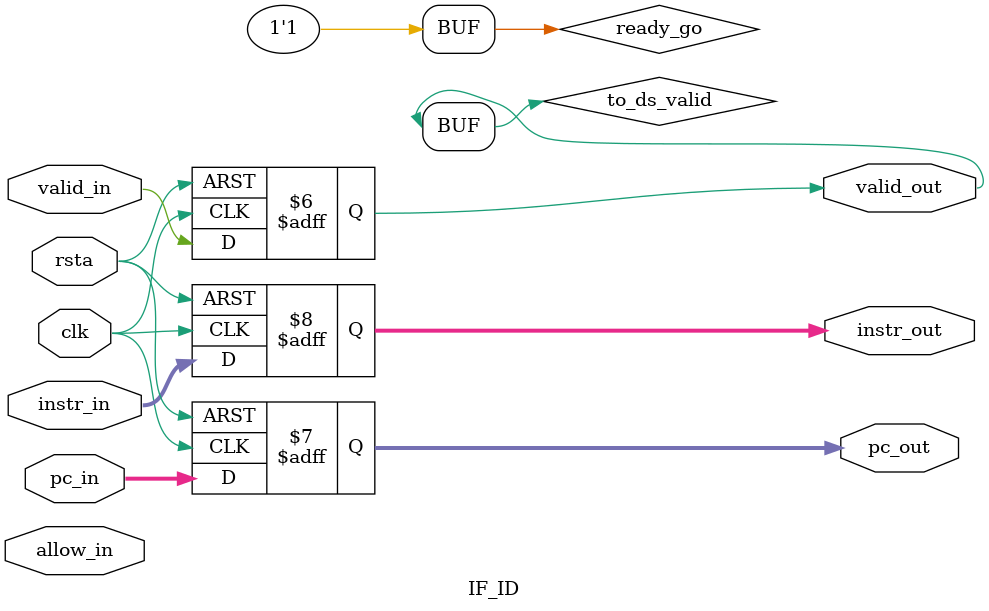
<source format=v>
module IF_ID (
    input wire        clk,         // Ê±ÖÓ
    input wire        rsta,        // ¸´Î»ÐÅºÅ

    // ÎÕÊÖÏà¹Ø
    input wire        valid_in,    // IF ½×¶ÎËÍÀ´µÄ valid
    input wire        allow_in,    // ID ½×¶ÎÊÇ·ñÔÊÐíÐ´Èë
    output reg        valid_out,   // ´«µÝ¸ø ID ½×¶ÎµÄ valid

    // Êý¾Ý²¿·Ö
    input wire [31:0] pc_in,       // È¡Ö¸½×¶ÎµÄ PC
    input wire [31:0] instr_in,    // È¡Ö¸½×¶ÎµÄÖ¸Áî
    output reg [31:0] pc_out,      // ÒëÂë½×¶ÎµÄ PC
    output reg [31:0] instr_out    // ÒëÂë½×¶ÎµÄÖ¸Áî
);

    // ¹Ì¶¨ ready_go=1£¬±íÊ¾±¾¼¶ËæÊ±×¼±¸ºÃ
    wire ready_go;
    assign ready_go = 1'b1;

    // ¼ÆËã allowin ºÍ to_ds_valid
    wire allowin;
    assign allowin = !valid_out || (ready_go && allow_in);
    wire to_ds_valid;
    assign to_ds_valid = valid_out && ready_go;

    always @(posedge clk or posedge rsta) begin
        if (rsta) begin
            valid_out <= 1'b0;
            pc_out    <= 32'h00000000;
            instr_out <= 32'b0;
        end 
        else if (1) begin
            valid_out <= valid_in;
            pc_out    <= pc_in;
            instr_out <= instr_in;
        end
    end

endmodule

</source>
